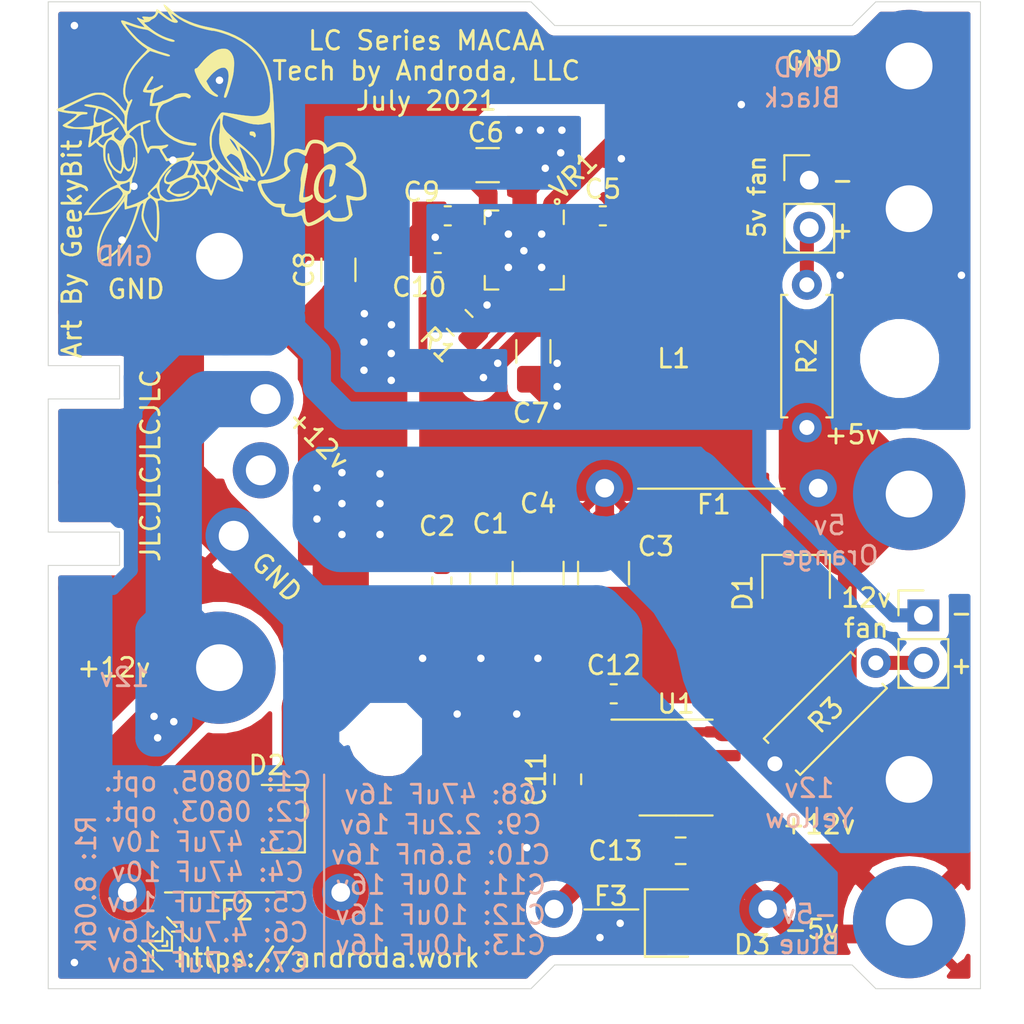
<source format=kicad_pcb>
(kicad_pcb (version 20211014) (generator pcbnew)
  (layers (0 "F.Cu" signal) (31 "B.Cu" signal) (34 "B.Paste" user) (35 "F.Paste" user) (36 "B.SilkS" user "B.Silkscreen") (37 "F.SilkS" user "F.Silkscreen") (38 "B.Mask" user) (39 "F.Mask" user) (44 "Edge.Cuts" user))
  (net 0 "")
  (net 1 "GND")
  (net 2 "+5V")
  (net 3 "+12V")
  (net 4 "-5V")
  (net 5 "Net-(R1-Pad2)")
  (net 6 "Net-(U1-Pad7)")
  (net 7 "Net-(U1-Pad6)")
  (net 8 "Net-(VR1-Pad16)")
  (net 9 "Net-(VR1-Pad13)")
  (net 10 "Net-(VR1-Pad5)")
  (net 11 "Net-(J1-Pad3)")
  (net 12 "Net-(C5-Pad2)")
  (net 13 "Net-(C5-Pad1)")
  (net 14 "Net-(C9-Pad1)")
  (net 15 "Net-(C10-Pad1)")
  (net 16 "Net-(C11-Pad2)")
  (net 17 "Net-(C11-Pad1)")
  (net 18 "Net-(J7-Pad2)")
  (net 19 "Net-(J8-Pad2)")
  (net 20 "Net-(C1-Pad1)")
  (net 21 "Net-(C13-Pad2)")
  (net 22 "Net-(F2-Pad2)")
  (footprint "Capacitor_SMD:C_1210_3225Metric_Pad1.42x2.65mm_HandSolder" (layer "F.Cu") (at 80.4545 90.07 -90)
    (fp_text reference "C3")
    (fp_text value "47uF")
  )
  (footprint "Capacitor_SMD:C_1210_3225Metric_Pad1.42x2.65mm_HandSolder" (layer "F.Cu") (at 76.962 90.07 -90)
    (fp_text reference "C4")
    (fp_text value "47uF 10v")
  )
  (footprint "Capacitor_SMD:C_0603_1608Metric" (layer "F.Cu") (at 80.4165 70.993)
    (fp_text reference "C5")
    (fp_text value "0.1uF")
  )
  (footprint "Capacitor_SMD:C_1206_3216Metric_Pad1.42x1.75mm_HandSolder" (layer "F.Cu") (at 74.266131 68.286158 180)
    (fp_text reference "C6")
    (fp_text value "4.7uF")
  )
  (footprint "Capacitor_SMD:C_1206_3216Metric_Pad1.42x1.75mm_HandSolder" (layer "F.Cu") (at 76.708 78.232 90)
    (fp_text reference "C7")
    (fp_text value "4.7uF")
  )
  (footprint "Capacitor_SMD:C_0603_1608Metric" (layer "F.Cu") (at 72.136 70.993 180)
    (fp_text reference "C9")
    (fp_text value "2.2uF")
  )
  (footprint "Capacitor_SMD:C_0603_1608Metric" (layer "F.Cu") (at 71.6025 73.493159 180)
    (fp_text reference "C10")
    (fp_text value "5.6nF")
  )
  (footprint "Capacitor_SMD:C_0805_2012Metric_Pad1.15x1.40mm_HandSolder" (layer "F.Cu") (at 78.5495 101.083 -90)
    (fp_text reference "C11")
    (fp_text value "CP")
  )
  (footprint "Capacitor_SMD:C_0603_1608Metric" (layer "F.Cu") (at 81.0005 96.52 180)
    (fp_text reference "C12")
    (fp_text value "C")
  )
  (footprint "Capacitor_SMD:C_0805_2012Metric_Pad1.15x1.40mm_HandSolder" (layer "F.Cu") (at 84.573 104.902)
    (fp_text reference "C13")
    (fp_text value "CP")
  )
  (footprint "Resistor_SMD:R_0805_2012Metric_Pad1.15x1.40mm_HandSolder" (layer "F.Cu") (at 72.771 76.708 135)
    (fp_text reference "R1")
    (fp_text value "8.06k")
  )
  (footprint "Package_SO:SOIC-8_3.9x4.9mm_P1.27mm" (layer "F.Cu") (at 84.328 100.457)
    (fp_text reference "U1")
    (fp_text value "MAX660")
  )
  (footprint "Package_DFN_QFN:QFN-20-1EP_4x4mm_P0.5mm_EP2.7x2.7mm" (layer "F.Cu") (at 76.22163 72.818159 -90)
    (fp_text reference "VR1")
    (fp_text value "MAX17634BATP+")
  )
  (footprint "CustomFootprints:LC_MACAA_Pads" (layer "F.Cu") (at 96.774 62.992 -90)
    (fp_text reference "J6" hide)
    (fp_text value "Conn_01x05_Male")
  )
  (footprint "CustomFootprints:MACAA_Individual_Pad" (layer "F.Cu") (at 59.69 91.567)
    (fp_text reference "J3" hide)
    (fp_text value "Conn_01x01_Male")
  )
  (footprint "CustomFootprints:MACAA_Individual_Pad" (layer "F.Cu") (at 59.69 69.596)
    (fp_text reference "J4" hide)
    (fp_text value "Conn_01x01_Male")
  )
  (footprint "CustomFootprints:HM79M-60" (layer "F.Cu") (at 91.755631 78.192159 -90)
    (fp_text reference "L1")
    (fp_text value "8.2uH")
  )
  (footprint "Capacitor_SMD:C_1206_3216Metric_Pad1.42x1.75mm_HandSolder" (layer "F.Cu") (at 66.294 73.8775 90)
    (fp_text reference "C8")
    (fp_text value "47uF 16v")
  )
  (footprint "Capacitor_SMD:C_0805_2012Metric_Pad1.15x1.40mm_HandSolder" (layer "F.Cu") (at 74.041 90.3695 -90)
    (fp_text reference "C1")
    (fp_text value "C")
  )
  (footprint "Capacitor_SMD:C_0603_1608Metric_Pad1.05x0.95mm_HandSolder" (layer "F.Cu") (at 71.8185 90.4735 -90)
    (fp_text reference "C2")
    (fp_text value "C")
  )
  (footprint "CustomFootprints:RandomBasementBarrelJack" (layer "F.Cu") (at 57.404 74.082)
    (fp_text reference "J1" hide)
    (fp_text value "Barrel_Jack_Switch")
  )
  (footprint "MountingHole:MountingHole_3.2mm_M3" (layer "F.Cu") (at 96.266 78.613)
    (fp_text reference "H3" hide)
    (fp_text value "MountingHole")
  )
  (footprint "MountingHole:MountingHole_3.2mm_M3" (layer "F.Cu") (at 68.961 98.806)
    (fp_text reference "H2" hide)
    (fp_text value "MountingHole")
  )
  (footprint "Connector_PinHeader_2.54mm:PinHeader_1x02_P2.54mm_Vertical" (layer "F.Cu") (at 91.44 69.088)
    (fp_text reference "J7" hide)
    (fp_text value "5vFanHeader")
  )
  (footprint "Resistor_THT:R_Axial_DIN0207_L6.3mm_D2.5mm_P7.62mm_Horizontal" (layer "F.Cu") (at 91.313 74.676 -90)
    (fp_text reference "R2")
    (fp_text value "R")
  )
  (footprint "CustomFootprints:SpaceshipBug" (layer "F.Cu") (at 56.642 106.68)
    (fp_text reference "REF**" hide)
    (fp_text value "SpaceshipBug" hide)
  )
  (footprint "Connector_PinHeader_2.54mm:PinHeader_1x02_P2.54mm_Vertical" (layer "F.Cu") (at 97.536 92.329)
    (fp_text reference "J8" hide)
    (fp_text value "12vFanHeader")
  )
  (footprint "Resistor_THT:R_Axial_DIN0207_L6.3mm_D2.5mm_P7.62mm_Horizontal" (layer "F.Cu") (at 94.996 94.869 -135)
    (fp_text reference "R3")
    (fp_text value "R")
  )
  (footprint "CustomFootprints:MACAAAAAAAAAA_1812" (layer "F.Cu") (at 60.071 66.548)
    (fp_text reference "Ref**" hide)
    (fp_text value "Val**" hide)
  )
  (footprint "CustomFootprints:DO-220AA" (layer "F.Cu") (at 87.7415 90.702 90)
    (fp_text reference "D1")
    (fp_text value "5.6v Zener")
  )
  (footprint "CustomFootprints:DO-220AA" (layer "F.Cu") (at 62.9045 100.1875)
    (fp_text reference "D2")
    (fp_text value "12.6v Zener")
  )
  (footprint "CustomFootprints:DO-220AA" (layer "F.Cu") (at 84.2645 111.76 180)
    (fp_text reference "D3")
    (fp_text value "5.6v Zener")
  )
  (footprint "CustomFootprints:Fuse_Littelfuse-LVR100_NoOutline" (layer "F.Cu") (at 80.518 85.5345)
    (fp_text reference "F1")
    (fp_text value "4A fuse")
  )
  (footprint "CustomFootprints:Fuse_Littelfuse-LVR100_NoOutline" (layer "F.Cu") (at 66.421 107.1245 180)
    (fp_text reference "F2")
    (fp_text value "1A fuse")
  )
  (footprint "CustomFootprints:Fuse_Littelfuse-LVR100_NoOutline" (layer "F.Cu") (at 89.2175 108.0135 180)
    (fp_text reference "F3")
    (fp_text value "200mA fuse")
  )
  (gr_line (start 65.532 100.838) (end 65.532 111.0615) (layer "B.SilkS") (width 0.12))
  (gr_line (start 82.30108 85.56498) (end 90.13444 85.56498) (layer "F.SilkS") (width 0.12))
  (gr_circle (center 77.978 70.231) (end 77.978 70.358) (layer "F.SilkS") (width 0.12) (fill none))
  (gr_line (start 57.0357 107.12704) (end 64.39662 107.12704) (layer "F.SilkS") (width 0.12))
  (gr_line (start 79.44358 108.03636) (end 82.31124 108.03636) (layer "F.SilkS") (width 0.12))
  (gr_line (start 50.8 112.268) (end 76.581 112.268) (layer "Edge.Cuts") (width 0.05))
  (gr_line (start 50.8 59.563) (end 50.8 78.994) (layer "Edge.Cuts") (width 0.05))
  (gr_line (start 50.8 80.772) (end 50.8 87.884) (layer "Edge.Cuts") (width 0.05))
  (gr_line (start 50.8 89.662) (end 50.8 112.268) (layer "Edge.Cuts") (width 0.05))
  (gr_line (start 94.996 112.268) (end 100.584 112.268) (layer "Edge.Cuts") (width 0.05))
  (gr_line (start 77.851 60.833) (end 93.726 60.833) (layer "Edge.Cuts") (width 0.05))
  (gr_line (start 76.581 59.563) (end 77.851 60.833) (layer "Edge.Cuts") (width 0.05))
  (gr_line (start 93.726 60.833) (end 94.996 59.563) (layer "Edge.Cuts") (width 0.05))
  (gr_line (start 94.996 59.563) (end 100.584 59.563) (layer "Edge.Cuts") (width 0.05))
  (gr_line (start 54.61 80.772) (end 50.8 80.772) (layer "Edge.Cuts") (width 0.05))
  (gr_line (start 54.61 87.884) (end 54.61 89.662) (layer "Edge.Cuts") (width 0.05))
  (gr_line (start 50.8 59.563) (end 76.581 59.563) (layer "Edge.Cuts") (width 0.05))
  (gr_line (start 54.61 78.994) (end 54.61 80.772) (layer "Edge.Cuts") (width 0.05))
  (gr_line (start 54.61 89.662) (end 50.8 89.662) (layer "Edge.Cuts") (width 0.05))
  (gr_line (start 100.584 59.563) (end 100.584 112.268) (layer "Edge.Cuts") (width 0.05))
  (gr_line (start 50.8 78.994) (end 54.61 78.994) (layer "Edge.Cuts") (width 0.05))
  (gr_line (start 50.8 87.884) (end 54.61 87.884) (layer "Edge.Cuts") (width 0.05))
  (gr_line (start 77.851 110.998) (end 76.581 112.268) (layer "Edge.Cuts") (width 0.05))
  (gr_line (start 93.726 110.998) (end 77.851 110.998) (layer "Edge.Cuts") (width 0.05))
  (gr_line (start 94.996 112.268) (end 93.726 110.998) (layer "Edge.Cuts") (width 0.05))
  (gr_text "-5v\nBlue" (at 91.44 109.093) (layer "B.SilkS") (effects (font (size 1 1)) (justify mirror)))
  (gr_text "C1: 0805, opt.\nC2: 0603, opt.\nC3: 47uF 10v\nC4: 47uF 10v\nC5: 0.1uF 16v\nC6: 4.7uF 16v\nC7: 4.7uF 16v" (at 59.309 106.045) (layer "B.SilkS") (effects (font (size 1 1)) (justify mirror)))
  (gr_text "GND\nBlack" (at 91.059 63.881) (layer "B.SilkS") (effects (font (size 1 1)) (justify mirror)))
  (gr_text "12v\nYellow" (at 91.44 102.362) (layer "B.SilkS") (effects (font (size 1 1)) (justify mirror)))
  (gr_text "R1: 8.06k" (at 52.832 106.68 90) (layer "B.SilkS") (effects (font (size 1 1)) (justify mirror)))
  (gr_text "12v" (at 54.864 95.631) (layer "B.SilkS") (effects (font (size 1 1)) (justify mirror)))
  (gr_text "GND" (at 54.864 73.152) (layer "B.SilkS") (effects (font (size 1 1)) (justify mirror)))
  (gr_text "C8: 47uF 16v\nC9: 2.2uF 16v\nC10: 5.6nF 16v\nC11: 10uF 16v\nC12: 10uF 16v\nC13: 10uF 16v" (at 71.755 105.918) (layer "B.SilkS") (effects (font (size 1 1)) (justify mirror)))
  (gr_text "5v\nOrange" (at 92.5195 88.3285) (layer "B.SilkS") (effects (font (size 1 1)) (justify mirror)))
  (gr_text "+12v" (at 91.948 103.505) (layer "F.SilkS") (effects (font (size 1 1))))
  (gr_text "LC Series MACAA\nTech by Androda, LLC\nJuly 2021" (at 70.993 63.246) (layer "F.SilkS") (effects (font (size 1 1))))
  (gr_text "5v fan" (at 88.646 69.977 90) (layer "F.SilkS") (effects (font (size 0.9 0.9))))
  (gr_text "-" (at 93.218 69.088) (layer "F.SilkS") (effects (font (size 0.9 0.9))))
  (gr_text "-" (at 99.568 92.202) (layer "F.SilkS") (effects (font (size 0.9 0.9))))
  (gr_text "+5v" (at 93.726 82.677) (layer "F.SilkS") (effects (font (size 1 1))))
  (gr_text "+12v" (at 54.30266 95.123) (layer "F.SilkS") (effects (font (size 1 1))))
  (gr_text "-5v" (at 91.567 109.093) (layer "F.SilkS") (effects (font (size 1 1))))
  (gr_text "JLCJLCJLCJLC" (at 56.261 84.328 90) (layer "F.SilkS") (effects (font (size 1 1))))
  (gr_text "Art By GeekyBit" (at 52.07 72.771 90) (layer "F.SilkS") (effects (font (size 1 1))))
  (gr_text "+" (at 93.218 71.755) (layer "F.SilkS") (effects (font (size 0.9 0.9))))
  (gr_text "12v\nfan" (at 94.488 92.202) (layer "F.SilkS") (effects (font (size 1 1))))
  (gr_text "GND" (at 62.992 90.297 315) (layer "F.SilkS") (effects (font (size 1 1))))
  (gr_text "GND" (at 55.48884 74.91222) (layer "F.SilkS") (effects (font (size 1 1))))
  (gr_text "GND" (at 91.694 62.738) (layer "F.SilkS") (effects (font (size 1 1))))
  (gr_text "+12v" (at 65.2145 82.931 315) (layer "F.SilkS") (effects (font (size 1 1))))
  (gr_text "+" (at 99.568 94.996) (layer "F.SilkS") (effects (font (size 0.9 0.9))))
  (gr_text "https://androda.work" (at 65.7225 110.617) (layer "F.SilkS") (effects (font (size 1 1))))
  (segment (start 74.232895 75.756895) (end 75.22163 74.768159) (width 0.25) (layer "F.Cu") (net 1))
  (segment (start 77.978 80.1145) (end 77.978 81.177149) (width 1) (layer "F.Cu") (net 1))
  (segment (start 77.978 78.867) (end 77.978 78.867) (width 1) (layer "F.Cu") (net 1))
  (segment (start 58.801 66.83248) (end 58.801 72.009) (width 2) (layer "F.Cu") (net 1))
  (segment (start 94.288 64.335) (end 95.631 62.992) (width 0.25) (layer "F.Cu") (net 1))
  (segment (start 82.828 101.092) (end 83.40301 101.66701) (width 0.75) (layer "F.Cu") (net 1))
  (segment (start 60.706 72.39) (end 59.944 73.152) (width 2) (layer "F.Cu") (net 1))
  (segment (start 77.22163 73.818159) (end 76.22163 72.818159) (width 0.25) (layer "F.Cu") (net 1))
  (segment (start 74.27163 72.318159) (end 73.731841 72.318159) (width 0.33) (layer "F.Cu") (net 1))
  (segment (start 56.261 63.625) (end 58.801 66.165) (width 2) (layer "F.Cu") (net 1))
  (segment (start 73.731841 72.318159) (end 71.556159 72.318159) (width 0.33) (layer "F.Cu") (net 1))
  (segment (start 74.271631 72.31816) (end 73.44863 72.318158) (width 0.25) (layer "F.Cu") (net 1))
  (segment (start 72.778631 68.286158) (end 74.295 69.802527) (width 1) (layer "F.Cu") (net 1))
  (segment (start 77.978 80.1145) (end 77.978 80.1145) (width 1) (layer "F.Cu") (net 1))
  (segment (start 81.362399 66.757399) (end 81.1084 67.0114) (width 0.33) (layer "F.Cu") (net 1))
  (segment (start 61.4045 100.6475) (end 61.4045 100.076) (width 0.5) (layer "F.Cu") (net 1))
  (segment (start 58.801 66.165) (end 58.801 66.83248) (width 2) (layer "F.Cu") (net 1))
  (segment (start 77.46164 70.628149) (end 77.46164 70.753149) (width 0.75) (layer "F.Cu") (net 1))
  (segment (start 51.689 91.821) (end 51.689 107.696) (width 0.5) (layer "F.Cu") (net 1))
  (segment (start 63.881 66.165) (end 63.881 68.58) (width 2) (layer "F.Cu") (net 1))
  (segment (start 81.407 67.945) (end 81.2165 67.945) (width 0.5) (layer "F.Cu") (net 1))
  (segment (start 57.277 84.655) (end 57.277 77.724) (width 3) (layer "F.Cu") (net 1))
  (segment (start 70.90213 72.967659) (end 70.90213 73.493159) (width 1) (layer "F.Cu") (net 1))
  (segment (start 61.4045 103.1875) (end 61.4045 100.6475) (width 0.75) (layer "F.Cu") (net 1))
  (segment (start 59.944 73.152) (end 59.944 75.057) (width 3) (layer "F.Cu") (net 1))
  (segment (start 63.881 66.165) (end 58.801 66.165) (width 2) (layer "F.Cu") (net 1))
  (segment (start 81.1084 67.0114) (end 77.25164 70.868159) (width 0.33) (layer "F.Cu") (net 1))
  (segment (start 58.98134 103.1875) (end 58.293 103.1875) (width 0.75) (layer "F.Cu") (net 1))
  (segment (start 78.013645 70.076145) (end 78.013644 70.076145) (width 0.75) (layer "F.Cu") (net 1))
  (segment (start 81.362399 66.757399) (end 81.332389 66.757399) (width 1) (layer "F.Cu") (net 1))
  (segment (start 85.127799 62.992) (end 81.362399 66.757399) (width 0.33) (layer "F.Cu") (net 1))
  (segment (start 81.407 67.945) (end 80.5815 67.945) (width 1) (layer "F.Cu") (net 1))
  (segment (start 78.013645 70.076145) (end 77.727894 70.361894) (width 0.5) (layer "F.Cu") (net 1))
  (segment (start 76.708 79.907149) (end 77.978 81.177149) (width 1) (layer "F.Cu") (net 1))
  (segment (start 76.708 79.7195) (end 77.1255 79.7195) (width 1) (layer "F.Cu") (net 1))
  (segment (start 69.000842 68.286158) (end 66.294 70.993) (width 0.75) (layer "F.Cu") (net 1))
  (segment (start 65.786 72.39) (end 64.135 70.739) (width 2) (layer "F.Cu") (net 1))
  (segment (start 61.4045 103.1875) (end 61.4045 105.3465) (width 0.75) (layer "F.Cu") (net 1))
  (segment (start 74.23199 76.696578) (end 74.23199 75.7578) (width 1) (layer "F.Cu") (net 1))
  (segment (start 56.261 62.865) (end 61.341 62.865) (width 2) (layer "F.Cu") (net 1))
  (segment (start 62.103 70.993) (end 59.944 73.152) (width 2) (layer "F.Cu") (net 1))
  (segment (start 59.944 75.057) (end 57.277 77.724) (width 3) (layer "F.Cu") (net 1))
  (segment (start 63.881 66.165) (end 63.881 67.002) (width 2) (layer "F.Cu") (net 1))
  (segment (start 56.261 62.865) (end 56.261 63.625) (width 2) (layer "F.Cu") (net 1))
  (segment (start 73.495784 77.432784) (end 74.23199 76.696578) (width 1) (layer "F.Cu") (net 1))
  (segment (start 74.271631 72.31816) (end 75.721631 72.31816) (width 0.25) (layer "F.Cu") (net 1))
  (segment (start 66.294 72.39) (end 65.786 72.39) (width 2) (layer "F.Cu") (net 1))
  (segment (start 77.727894 70.361894) (end 77.33664 70.753149) (width 0.5) (layer "F.Cu") (net 1))
  (segment (start 61.341 63.625) (end 63.881 66.165) (width 2) (layer "F.Cu") (net 1))
  (segment (start 77.1255 79.7195) (end 77.978 78.867) (width 1) (layer "F.Cu") (net 1))
  (segment (start 66.294 72.39) (end 70.39356 72.39) (width 1.5) (layer "F.Cu") (net 1))
  (segment (start 76.22163 72.818159) (end 77.25164 71.788149) (width 0.33) (layer "F.Cu") (net 1))
  (segment (start 74.23199 75.7578) (end 74.232895 75.756895) (width 1) (layer "F.Cu") (net 1))
  (segment (start 77.22163 71.818159) (end 76.22163 72.818159) (width 0.25) (layer "F.Cu") (net 1))
  (segment (start 80.5815 67.945) (end 80.14479 67.945) (width 0.5) (layer "F.Cu") (net 1))
  (segment (start 96.774 62.992) (end 96.774 70.612) (width 1) (layer "F.Cu") (net 1))
  (segment (start 58.801 72.009) (end 59.944 73.152) (width 2) (layer "F.Cu") (net 1))
  (segment (start 81.078389 67.0114) (end 79.918645 68.171145) (width 0.5) (layer "F.Cu") (net 1))
  (segment (start 81.1084 67.0114) (end 81.078389 67.0114) (width 0.5) (layer "F.Cu") (net 1))
  (segment (start 72.778631 68.286158) (end 69.000842 68.286158) (width 0.75) (layer "F.Cu") (net 1))
  (segment (start 75.22163 73.818159) (end 76.22163 72.818159) (width 0.25) (layer "F.Cu") (net 1))
  (segment (start 76.22163 72.818159) (end 77.25164 73.848169) (width 0.33) (layer "F.Cu") (net 1))
  (segment (start 66.294 71.628) (end 68.453 69.469) (width 2) (layer "F.Cu") (net 1))
  (segment (start 60.704 88.082) (end 57.277 84.655) (width 3) (layer "F.Cu") (net 1))
  (segment (start 71.553895 72.315895) (end 70.90213 72.967659) (width 1) (layer "F.Cu") (net 1))
  (segment (start 57.277 84.655) (end 57.277 87.719002) (width 0.5) (layer "F.Cu") (net 1))
  (segment (start 66.294 72.39) (end 60.706 72.39) (width 2) (layer "F.Cu") (net 1))
  (segment (start 74.232895 75.756895) (end 75.14662 74.84317) (width 0.5) (layer "F.Cu") (net 1))
  (segment (start 81.853 101.092) (end 82.828 101.092) (width 0.75) (layer "F.Cu") (net 1))
  (segment (start 75.14662 74.84317) (end 75.14662 74.768159) (width 0.5) (layer "F.Cu") (net 1))
  (segment (start 71.556159 72.318159) (end 71.553895 72.315895) (width 0.33) (layer "F.Cu") (net 1))
  (segment (start 79.918645 68.171145) (end 78.013645 70.076145) (width 0.5) (layer "F.Cu") (net 1))
  (segment (start 78.013644 70.076145) (end 77.46164 70.628149) (width 0.75) (layer "F.Cu") (net 1))
  (segment (start 76.708 79.7195) (end 76.708 79.907149) (width 1) (layer "F.Cu") (net 1))
  (segment (start 63.881 68.58) (end 66.294 70.993) (width 2) (layer "F.Cu") (net 1))
  (segment (start 61.4045 103.1875) (end 61.4045 105.2703) (width 1.5) (layer "F.Cu") (net 1))
  (segment (start 61.341 62.865) (end 61.341 63.625) (width 2) (layer "F.Cu") (net 1))
  (segment (start 81.2165 67.945) (end 80.899 67.6275) (width 0.5) (layer "F.Cu") (net 1))
  (segment (start 80.14479 67.945) (end 79.918645 68.171145) (width 0.5) (layer "F.Cu") (net 1))
  (segment (start 85.127799 62.992) (end 78.072789 62.992) (width 0.33) (layer "F.Cu") (net 1))
  (segment (start 61.341 63.625) (end 58.801 66.165) (width 2) (layer "F.Cu") (net 1))
  (segment (start 81.332389 66.757399) (end 77.727894 70.361894) (width 1) (layer "F.Cu") (net 1))
  (segment (start 74.295 69.802527) (end 74.295 70.866) (width 1) (layer "F.Cu") (net 1))
  (segment (start 75.22163 74.768159) (end 75.22163 73.818159) (width 0.25) (layer "F.Cu") (net 1))
  (segment (start 61.4045 103.1875) (end 58.98134 103.1875) (width 1.5) (layer "F.Cu") (net 1))
  (segment (start 96.774 62.992) (end 85.127799 62.992) (width 0.33) (layer "F.Cu") (net 1))
  (segment (start 66.294 72.39) (end 66.294 71.628) (width 2) (layer "F.Cu") (net 1))
  (segment (start 77.22163 70.868159) (end 77.22163 71.818159) (width 0.25) (layer "F.Cu") (net 1))
  (segment (start 91.44 69.088) (end 92.71 69.088) (width 0.75) (layer "F.Cu") (net 1))
  (segment (start 77.22163 74.768159) (end 77.22163 73.818159) (width 0.25) (layer "F.Cu") (net 1))
  (segment (start 75.721631 72.31816) (end 76.22163 72.818159) (width 0.25) (layer "F.Cu") (net 1))
  (segment (start 70.39356 72.39) (end 70.95998 71.82358) (width 1.5) (layer "F.Cu") (net 1))
  (segment (start 80.213 96.52) (end 76.454 96.52) (width 1) (layer "F.Cu") (net 1))
  (segment (start 57.277 77.724) (end 57.277 75.438) (width 3) (layer "F.Cu") (net 1))
  (segment (start 77.978 80.1145) (end 77.978 78.867) (width 1) (layer "F.Cu") (net 1))
  (via (at 75.37263 71.969159) (size 0.8) (drill 0.4) (layers "F.Cu" "B.Cu") (net 1))
  (via (at 99.568 74.168) (size 0.8) (drill 0.4) (layers "F.Cu" "B.Cu") (net 1))
  (via (at 73.903759 94.625241) (size 0.8) (drill 0.4) (layers "F.Cu" "B.Cu") (net 1))
  (via (at 77.150631 73.747159) (size 0.8) (drill 0.4) (layers "F.Cu" "B.Cu") (net 1))
  (via (at 93.091 74.168) (size 0.8) (drill 0.4) (layers "F.Cu" "B.Cu") (net 1))
  (via (at 59.944 63.754) (size 0.8) (drill 0.4) (layers "F.Cu" "B.Cu") (net 1))
  (via (at 76.2 72.858159) (size 0.8) (drill 0.4) (layers "F.Cu" "B.Cu") (net 1))
  (via (at 74.232895 75.756895) (size 0.8) (drill 0.4) (layers "F.Cu" "B.Cu") (net 1))
  (via (at 77.978 81.153) (size 0.8) (drill 0.4) (layers "F.Cu" "B.Cu") (net 1))
  (via (at 57.45734 68.01866) (size 0.8) (drill 0.4) (layers "F.Cu" "B.Cu") (net 1))
  (via (at 81.3435 108.7755) (size 0.8) (drill 0.4) (layers "F.Cu" "B.Cu") (net 1))
  (via (at 77.978 80.1145) (size 0.8) (drill 0.4) (layers "F.Cu" "B.Cu") (net 1))
  (via (at 72.638502 97.5995) (size 0.8) (drill 0.4) (layers "F.Cu" "B.Cu") (net 1))
  (via (at 71.46798 72.13854) (size 0.8) (drill 0.4) (layers "F.Cu" "B.Cu") (net 1))
  (via (at 54.74462 72.28586) (size 0.8) (drill 0.4) (layers "F.Cu" "B.Cu") (net 1))
  (via (at 74.295 70.866) (size 0.8) (drill 0.4) (layers "F.Cu" "B.Cu") (net 1))
  (via (at 77.978 78.867) (size 0.8) (drill 0.4) (layers "F.Cu" "B.Cu") (net 1))
  (via (at 75.37263 73.747159) (size 0.8) (drill 0.4) (layers "F.Cu" "B.Cu") (net 1))
  (via (at 55.37454 69.4182) (size 0.8) (drill 0.4) (layers "F.Cu" "B.Cu") (net 1))
  (via (at 80.264 109.5375) (size 0.8) (drill 0.4) (layers "F.Cu" "B.Cu") (net 1))
  (via (at 52.197 60.833) (size 0.8) (drill 0.4) (layers "F.Cu" "B.Cu") (net 1))
  (via (at 77.150631 71.969159) (size 0.8) (drill 0.4) (layers "F.Cu" "B.Cu") (net 1))
  (via (at 76.951759 94.625241) (size 0.8) (drill 0.4) (layers "F.Cu" "B.Cu") (net 1))
  (via (at 87.81288 65.05194) (size 0.8) (drill 0.4) (layers "F.Cu" "B.Cu") (net 1))
  (via (at 52.197 110.871) (size 0.8) (drill 0.4) (layers "F.Cu" "B.Cu") (net 1))
  (via (at 81.407 67.945) (size 0.8) (drill 0.4) (layers "F.Cu" "B.Cu") (net 1))
  (via (at 76.35494 104.73436) (size 0.8) (drill 0.4) (layers "F.Cu" "B.Cu") (net 1))
  (via (at 70.792259 94.625241) (size 0.8) (drill 0.4) (layers "F.Cu" "B.Cu") (net 1))
  (via (at 75.819 97.5995) (size 0.8) (drill 0.4) (layers "F.Cu" "B.Cu") (net 1))
  (segment (start 70.792259 94.625241) (end 64.843741 94.625241) (width 3) (layer "B.Cu") (net 1))
  (segment (start 73.903759 94.625241) (end 70.792259 94.625241) (width 3) (layer "B.Cu") (net 1))
  (segment (start 76.951759 94.625241) (end 73.903759 94.625241) (width 3) (layer "B.Cu") (net 1))
  (segment (start 72.638502 97.5995) (end 72.638502 97.5995) (width 3) (layer "B.Cu") (net 1))
  (segment (start 75.819 97.5995) (end 79.248 97.5995) (width 3) (layer "B.Cu") (net 1))
  (segment (start 60.29071 77.19949) (end 57.98693 77.19949) (width 1.5) (layer "B.Cu") (net 1))
  (segment (start 72.261001 100.390001) (end 72.261001 97.221999) (width 3) (layer "B.Cu") (net 1))
  (segment (start 60.29071 77.19949) (end 62.56147 77.19949) (width 2.5) (layer "B.Cu") (net 1))
  (segment (start 59.944 73.152) (end 63.27648 76.48448) (width 1.5) (layer "B.Cu") (net 1))
  (segment (start 59.944 73.152) (end 55.89651 77.19949) (width 1) (layer "B.Cu") (net 1))
  (segment (start 54.858532 87.28399) (end 55.21001 87.635468) (width 0.75) (layer "B.Cu") (net 1))
  (segment (start 70.545001 95.505999) (end 67.376999 95.505999) (width 3) (layer "B.Cu") (net 1))
  (segment (start 54.4195 87.122) (end 54.58149 87.28399) (width 0.75) (layer "B.Cu") (net 1))
  (segment (start 55.21001 87.635468) (end 55.21001 89.910532) (width 0.75) (layer "B.Cu") (net 1))
  (segment (start 70.545001 102.106001) (end 72.261001 100.390001) (width 3) (layer "B.Cu") (net 1))
  (segment (start 81.026 93.18752) (end 81.026 98.3615) (width 3) (layer "B.Cu") (net 1))
  (segment (start 54.58149 87.28399) (end 54.858532 87.28399) (width 0.75) (layer "B.Cu") (net 1))
  (segment (start 88.773 85.1535) (end 95.9485 92.329) (width 0.75) (layer "B.Cu") (net 1))
  (segment (start 80.093241 92.221741) (end 81.026 93.1545) (width 3) (layer "B.Cu") (net 1))
  (segment (start 72.638502 97.5995) (end 75.819 97.5995) (width 3) (layer "B.Cu") (net 1))
  (segment (start 55.89651 77.19949) (end 60.29071 77.19949) (width 2.5) (layer "B.Cu") (net 1))
  (segment (start 72.261001 97.221999) (end 70.545001 95.505999) (width 3) (layer "B.Cu") (net 1))
  (segment (start 64.843741 99.705241) (end 67.056 101.9175) (width 3) (layer "B.Cu") (net 1))
  (segment (start 55.58501 79.60141) (end 55.58501 80.56515) (width 1.5) (layer "B.Cu") (net 1))
  (segment (start 57.98693 77.19949) (end 55.58501 79.60141) (width 1.5) (layer "B.Cu") (net 1))
  (segment (start 80.093241 92.254761) (end 81.026 93.18752) (width 1.5) (layer "B.Cu") (net 1))
  (segment (start 65.151 78.359) (end 65.151 80.137) (width 1.5) (layer "B.Cu") (net 1))
  (segment (start 77.978 81.153) (end 88.773 81.153) (width 0.75) (layer "B.Cu") (net 1))
  (segment (start 80.093241 92.221741) (end 80.093241 92.254761) (width 1.5) (layer "B.Cu") (net 1))
  (segment (start 88.773 81.153) (end 88.773 85.1535) (width 0.75) (layer "B.Cu") (net 1))
  (segment (start 95.9485 92.329) (end 97.536 92.329) (width 0.75) (layer "B.Cu") (net 1))
  (segment (start 55.89651 77.19949) (end 55.33501 77.76099) (width 1) (layer "B.Cu") (net 1))
  (segment (start 79.248 94.742) (end 79.131241 94.625241) (width 3) (layer "B.Cu") (net 1))
  (segment (start 55.21001 89.910532) (end 54.252042 90.8685) (width 0.75) (layer "B.Cu") (net 1))
  (segment (start 66.675 81.661) (end 77.343 81.661) (width 1.5) (layer "B.Cu") (net 1))
  (segment (start 64.843741 92.221741) (end 80.093241 92.221741) (width 3) (layer "B.Cu") (net 1))
  (segment (start 67.376999 95.505999) (end 65.660999 97.221999) (width 3) (layer "B.Cu") (net 1))
  (segment (start 62.56147 77.19949) (end 63.27648 76.48448) (width 2.5) (layer "B.Cu") (net 1))
  (segment (start 64.843741 92.221741) (end 64.843741 94.625241) (width 3) (layer "B.Cu") (net 1))
  (segment (start 76.951759 94.625241) (end 79.555259 94.625241) (width 1.5) (layer "B.Cu") (net 1))
  (segment (start 79.131241 94.625241) (end 76.951759 94.625241) (width 3) (layer "B.Cu") (net 1))
  (segment (start 54.4195 82.550217) (end 54.4195 86.9315) (width 1) (layer "B.Cu") (net 1))
  (segment (start 60.704 88.082) (end 64.843741 92.221741) (width 3) (layer "B.Cu") (net 1))
  (segment (start 55.33501 81.634707) (end 54.4195 82.550217) (width 1) (layer "B.Cu") (net 1))
  (segment (start 63.27648 76.48448) (end 65.151 78.359) (width 1.5) (layer "B.Cu") (net 1))
  (segment (start 64.843741 94.625241) (end 64.843741 99.705241) (width 3) (layer "B.Cu") (net 1))
  (segment (start 54.4195 86.9315) (end 54.4195 87.122) (width 0.75) (layer "B.Cu") (net 1))
  (segment (start 81.026 93.1545) (end 81.026 93.18752) (width 3) (layer "B.Cu") (net 1))
  (segment (start 81.026 93.18752) (end 81.57464 93.18752) (width 1.5) (layer "B.Cu") (net 1))
  (segment (start 79.555259 94.625241) (end 81.026 93.1545) (width 1.5) (layer "B.Cu") (net 1))
  (segment (start 79.248 97.5995) (end 79.248 94.742) (width 3) (layer "B.Cu") (net 1))
  (segment (start 65.151 80.137) (end 66.675 81.661) (width 1.5) (layer "B.Cu") (net 1))
  (segment (start 55.21001 87.635468) (end 55.21001 85.81701) (width 0.75) (layer "B.Cu") (net 1))
  (segment (start 55.33501 77.76099) (end 55.33501 81.634707) (width 1) (layer "B.Cu") (net 1))
  (segment (start 72.261001 97.221999) (end 72.638502 97.5995) (width 3) (layer "B.Cu") (net 1))
  (segment (start 54.252042 90.8685) (end 53.4035 90.8685) (width 0.75) (layer "B.Cu") (net 1))
  (segment (start 91.313 82.296) (end 91.313 84.9295) (width 3) (layer "F.Cu") (net 2))
  (segment (start 93.472 97.282) (end 93.472 88.773) (width 1) (layer "F.Cu") (net 2))
  (segment (start 91.313 82.296) (end 94.5515 85.5345) (width 2.5) (layer "F.Cu") (net 2))
  (segment (start 94.5515 85.5345) (end 94.8055 85.5345) (width 2.5) (layer "F.Cu") (net 2))
  (segment (start 94.8055 85.5345) (end 96.4565 85.5345) (width 3) (layer "F.Cu") (net 2))
  (segment (start 90.7415 89.3445) (end 90.7415 88.1345) (width 1.5) (layer "F.Cu") (net 2))
  (segment (start 91.313 84.9295) (end 91.918 85.5345) (width 3) (layer "F.Cu") (net 2))
  (segment (start 96.4565 85.5345) (end 96.774 85.852) (width 3) (layer "F.Cu") (net 2))
  (segment (start 93.091 82.169) (end 91.44 82.169) (width 2.5) (layer "F.Cu") (net 2))
  (segment (start 90.7415 88.1345) (end 91.313 87.563) (width 1.5) (layer "F.Cu") (net 2))
  (segment (start 96.774 85.852) (end 96.393 85.852) (width 3) (layer "F.Cu") (net 2))
  (segment (start 91.918 88.168) (end 90.7415 89.3445) (width 2) (layer "F.Cu") (net 2))
  (segment (start 96.393 85.852) (end 93.472 88.773) (width 3) (layer "F.Cu") (net 2))
  (segment (start 91.918 85.5345) (end 94.8055 85.5345) (width 3) (layer "F.Cu") (net 2))
  (segment (start 92.202 98.552) (end 93.472 97.282) (width 1) (layer "F.Cu") (net 2))
  (segment (start 81.788 96.52) (end 81.788 98.487) (width 0.5) (layer "F.Cu") (net 2))
  (segment (start 92.202 98.552) (end 86.803 98.552) (width 1) (layer "F.Cu") (net 2))
  (segment (start 91.313 82.296) (end 91.313 87.563) (width 2.5) (layer "F.Cu") (net 2))
  (segment (start 91.44 82.169) (end 91.313 82.296) (width 2.5) (layer "F.Cu") (net 2))
  (segment (start 91.313 87.563) (end 91.918 88.168) (width 2.5) (layer "F.Cu") (net 2))
  (segment (start 86.803 98.552) (end 81.853 98.552) (width 0.5) (layer "F.Cu") (net 2))
  (segment (start 96.774 85.852) (end 93.091 82.169) (width 2.5) (layer "F.Cu") (net 2))
  (segment (start 91.918 87.219) (end 93.472 88.773) (width 3) (layer "F.Cu") (net 2))
  (segment (start 96.52 85.598) (end 96.774 85.852) (width 1) (layer "F.Cu") (net 2))
  (segment (start 81.788 98.487) (end 81.853 98.552) (width 0.5) (layer "F.Cu") (net 2))
  (segment (start 91.918 85.5345) (end 91.918 87.219) (width 3) (layer "F.Cu") (net 2))
  (segment (start 91.918 87.219) (end 91.918 88.168) (width 2) (layer "F.Cu") (net 2))
  (segment (start 73.841155 79.810155) (end 73.787 79.864311) (width 1) (layer "F.Cu") (net 3))
  (segment (start 74.539656 79.111656) (end 73.841155 79.810155) (width 1) (layer "F.Cu") (net 3))
  (segment (start 66.421 88.011) (end 66.421 95.631) (width 3) (layer "F.Cu") (net 3))
  (segment (start 76.708 76.943311) (end 74.539656 79.111656) (width 1) (layer "F.Cu") (net 3))
  (segment (start 66.294 75.393) (end 68.961 78.06) (width 2) (layer "F.Cu") (net 3))
  (segment (start 67.818 80.264) (end 67.818 77.343) (width 2) (layer "F.Cu") (net 3))
  (segment (start 75.721631 70.868159) (end 75.72163 68.318159) (width 0.25) (layer "F.Cu") (net 3))
  (segment (start 76.708 76.7445) (end 76.708 76.943311) (width 1) (layer "F.Cu") (net 3))
  (segment (start 66.421 104.8385) (end 64.77 103.1875) (width 3) (layer "F.Cu") (net 3))
  (segment (start 76.72163 70.868159) (end 75.72163 70.868159) (width 0.25) (layer "F.Cu") (net 3))
  (segment (start 66.294 78.232) (end 65.151 78.232) (width 2) (layer "F.Cu") (net 3))
  (segment (start 76.22163 68.754157) (end 75.753631 68.286158) (width 0.33) (layer "F.Cu") (net 3))
  (segment (start 76.72163 67.476159) (end 76.64263 67.397159) (width 0.25) (layer "F.Cu") (net 3))
  (segment (start 66.294 80.01) (end 66.294 78.232) (width 2) (layer "F.Cu") (net 3))
  (segment (start 67.818 76.917) (end 66.294 75.393) (width 2) (layer "F.Cu") (net 3))
  (segment (start 95.939154 100.257154) (end 96.774 101.092) (width 1.5) (layer "F.Cu") (net 3))
  (segment (start 76.22163 70.868159) (end 76.22163 68.754157) (width 0.33) (layer "F.Cu") (net 3))
  (segment (start 75.753631 70.836158) (end 75.72163 70.868159) (width 0.33) (layer "F.Cu") (net 3))
  (segment (start 66.294 78.232) (end 66.294 76.454) (width 2) (layer "F.Cu") (net 3))
  (segment (start 75.72163 68.318159) (end 75.75363 68.286159) (width 0.25) (layer "F.Cu") (net 3))
  (segment (start 66.421 95.631) (end 64.77 97.282) (width 3) (layer "F.Cu") (net 3))
  (segment (start 76.708 76.7445) (end 76.72163 76.73087) (width 0.33) (layer "F.Cu") (net 3))
  (segment (start 66.421 107.1245) (end 66.421 104.8385) (width 3) (layer "F.Cu") (net 3))
  (segment (start 76.22163 68.754159) (end 75.75363 68.286159) (width 0.25) (layer "F.Cu") (net 3))
  (segment (start 89.607846 100.257154) (end 95.939154 100.257154) (width 1.5) (layer "F.Cu") (net 3))
  (segment (start 68.961 78.06) (end 68.961 80.264) (width 2) (layer "F.Cu") (net 3))
  (segment (start 76.72163 76.73087) (end 76.72163 74.768159) (width 0.33) (layer "F.Cu") (net 3))
  (segment (start 64.77 103.1875) (end 64.77 97.282) (width 3) (layer "F.Cu") (net 3))
  (segment (start 76.721631 70.868159) (end 76.72163 67.476159) (width 0.25) (layer "F.Cu") (net 3))
  (segment (start 66.294 76.454) (end 66.294 75.393) (width 2) (layer "F.Cu") (net 3))
  (segment (start 65.151 78.232) (end 64.303 77.384) (width 2) (layer "F.Cu") (net 3))
  (segment (start 67.818 77.343) (end 67.818 76.917) (width 2) (layer "F.Cu") (net 3))
  (segment (start 66.421 86.741) (end 66.421 88.011) (width 3) (layer "F.Cu") (net 3))
  (segment (start 75.753631 68.286158) (end 75.753631 70.836158) (width 0.33) (layer "F.Cu") (net 3))
  (segment (start 76.22163 70.868158) (end 76.22163 68.754159) (width 0.25) (layer "F.Cu") (net 3))
  (segment (start 64.303 77.384) (end 66.294 75.393) (width 2) (layer "F.Cu") (net 3))
  (segment (start 76.72163 70.868159) (end 76.72163 67.476159) (width 0.33) (layer "F.Cu") (net 3))
  (via (at 69.12864 76.8096) (size 0.8) (drill 0.4) (layers "F.Cu" "B.Cu") (net 3))
  (via (at 66.4845 86.36) (size 0.8) (drill 0.4) (layers "F.Cu" "B.Cu") (net 3))
  (via (at 77.343 68.453) (size 0.8) (drill 0.4) (layers "F.Cu" "B.Cu") (net 3))
  (via (at 74.803 78.867) (size 0.8) (drill 0.4) (layers "F.Cu" "B.Cu") (net 3))
  (via (at 78.1685 67.6275) (size 0.8) (drill 0.4) (layers "F.Cu" "B.Cu") (net 3))
  (via (at 68.5165 86.36) (size 0.8) (drill 0.4) (layers "F.Cu" "B.Cu") (net 3))
  (via (at 66.4845 88.011) (size 0.8) (drill 0.4) (layers "F.Cu" "B.Cu") (net 3))
  (via (at 75.946 66.421) (size 0.8) (drill 0.4) (layers "F.Cu" "B.Cu") (net 3))
  (via (at 67.66052 79.24038) (size 0.8) (drill 0.4) (layers "F.Cu" "B.Cu") (net 3))
  (via (at 74.041 79.629) (size 0.8) (drill 0.4) (layers "F.Cu" "B.Cu") (net 3))
  (via (at 65.151 85.5345) (size 0.8) (drill 0.4) (layers "F.Cu" "B.Cu") (net 3))
  (via (at 77.089 66.421) (size 0.8) (drill 0.4) (layers "F.Cu" "B.Cu") (net 3))
  (via (at 65.151 87.1855) (size 0.8) (drill 0.4) (layers "F.Cu" "B.Cu") (net 3))
  (via (at 68.5165 88.011) (size 0.8) (drill 0.4) (layers "F.Cu" "B.Cu") (net 3))
  (via (at 78.232 66.421) (size 0.8) (drill 0.4) (layers "F.Cu" "B.Cu") (net 3))
  (via (at 68.5165 84.7725) (size 0.8) (drill 0.4) (layers "F.Cu" "B.Cu") (net 3))
  (via (at 69.11848 78.34376) (size 0.8) (drill 0.4) (layers "F.Cu" "B.Cu") (net 3))
  (via (at 67.66052 77.73416) (size 0.8) (drill 0.4) (layers "F.Cu" "B.Cu") (net 3))
  (via (at 69.11848 79.7814) (size 0.8) (drill 0.4) (layers "F.Cu" "B.Cu") (net 3))
  (via (at 67.68084 76.21778) (size 0.8) (drill 0.4) (layers "F.Cu" "B.Cu") (net 3))
  (via (at 66.4845 84.709) (size 0.8) (drill 0.4) (layers "F.Cu" "B.Cu") (net 3))
  (segment (start 66.421 84.799) (end 66.421 85.598) (width 2) (layer "B.Cu") (net 3))
  (segment (start 65.354001 87.109499) (end 65.354001 87.452001) (width 3) (layer "B.Cu") (net 3))
  (segment (start 65.354001 85.521999) (end 65.354001 87.109499) (width 3) (layer "B.Cu") (net 3))
  (segment (start 91.059 91.694) (end 88.19134 91.694) (width 2.5) (layer "B.Cu") (net 3))
  (segment (start 65.25006 83.44662) (end 85.62086 83.44662) (width 0.25) (layer "B.Cu") (net 3))
  (segment (start 90.09888 89.71788) (end 92.71 92.329) (width 3) (layer "B.Cu") (net 3))
  (segment (start 86.56574 90.0684) (end 83.90382 90.0684) (width 2.5) (layer "B.Cu") (net 3))
  (segment (start 65.354001 87.452001) (end 66.421 88.519) (width 3) (layer "B.Cu") (net 3))
  (segment (start 88.19134 91.694) (end 86.56574 90.0684) (width 2.5) (layer "B.Cu") (net 3))
  (segment (start 84.04098 92.0496) (end 80.00238 88.011) (width 1.5) (layer "B.Cu") (net 3))
  (segment (start 77.13472 89.71788) (end 75.93584 88.519) (width 0.25) (layer "B.Cu") (net 3))
  (segment (start 65.417501 84.963) (end 65.354001 85.0265) (width 3) (layer "B.Cu") (net 3))
  (segment (start 85.62086 83.44662) (end 86.24951 84.07527) (width 0.25) (layer "B.Cu") (net 3))
  (segment (start 90.09888 89.71788) (end 77.13472 89.71788) (width 0.25) (layer "B.Cu") (net 3))
  (segment (start 66.421 84.963) (end 65.417501 84.963) (width 3) (layer "B.Cu") (net 3))
  (segment (start 86.11616 90.89136) (end 86.13648 90.89136) (width 1.5) (layer "B.Cu") (net 3))
  (segment (start 84.328 84.963) (end 91.059 91.694) (width 3) (layer "B.Cu") (net 3))
  (segment (start 90.805 95.123) (end 96.774 101.092) (width 2) (layer "B.Cu") (net 3))
  (segment (start 87.29472 92.0496) (end 84.04098 92.0496) (width 1.5) (layer "B.Cu") (net 3))
  (segment (start 68.065999 86.443999) (end 68.065999 87.636001) (width 2) (layer "B.Cu") (net 3))
  (segment (start 65.151 83.54568) (end 65.25006 83.44662) (width 0.25) (layer "B.Cu") (net 3))
  (segment (start 84.328 84.963) (end 85.344 84.963) (width 3) (layer "B.Cu") (net 3))
  (segment (start 66.4845 84.8995) (end 66.421 84.963) (width 0.25) (layer "B.Cu") (net 3))
  (segment (start 66.4845 84.709) (end 66.4845 84.8995) (width 0.25) (layer "B.Cu") (net 3))
  (segment (start 75.93584 88.519) (end 80.264 88.519) (width 3) (layer "B.Cu") (net 3))
  (segment (start 66.421 88.519) (end 75.93584 88.519) (width 3) (layer "B.Cu") (net 3))
  (segment (start 66.421 84.799) (end 66.421 84.799) (width 2) (layer "B.Cu") (net 3))
  (segment (start 86.24951 85.86851) (end 90.09888 89.71788) (width 3) (layer "B.Cu") (net 3))
  (segment (start 86.13648 90.89136) (end 87.29472 92.0496) (width 1.5) (layer "B.Cu") (net 3))
  (segment (start 85.344 84.963) (end 86.24951 85.86851) (width 3) (layer "B.Cu") (net 3))
  (segment (start 65.151 85.5345) (end 65.151 83.54568) (width 0.25) (layer "B.Cu") (net 3))
  (segment (start 80.00238 88.011) (end 68.5165 88.011) (width 1.5) (layer "B.Cu") (net 3))
  (segment (start 86.24951 84.07527) (end 86.24951 85.86851) (width 0.25) (layer "B.Cu") (net 3))
  (segment (start 65.354001 85.0265) (end 65.354001 85.521999) (width 3) (layer "B.Cu") (net 3))
  (segment (start 87.884 108.0135) (end 87.376 108.5215) (width 1) (layer "F.Cu") (net 4))
  (segment (start 89.2175 108.0135) (end 88.0745 106.8705) (width 1) (layer "F.Cu") (net 4))
  (segment (start 88.138 109.093) (end 87.249 109.093) (width 1) (layer "F.Cu") (net 4))
  (segment (start 85.7645 108.76) (end 86.535 108.76) (width 1) (layer "F.Cu") (net 4))
  (segment (start 96.774 108.712) (end 96.647 108.712) (width 1) (layer "F.Cu") (net 4))
  (segment (start 89.2175 108.0135) (end 90.297 106.934) (width 1) (layer "F.Cu") (net 4))
  (segment (start 85.7645 108.76) (end 86.058 108.76) (width 1) (layer "F.Cu") (net 4))
  (segment (start 89.2175 108.0135) (end 88.138 109.093) (width 1) (layer "F.Cu") (net 4))
  (segment (start 85.7645 108.76) (end 85.7645 107.6565) (width 1) (layer "F.Cu") (net 4))
  (segment (start 96.139 109.347) (end 96.774 108.712) (width 1) (layer "F.Cu") (net 4))
  (segment (start 89.2175 108.0135) (end 90.551 109.347) (width 1) (layer "F.Cu") (net 4))
  (segment (start 86.058 108.76) (end 87.503 107.315) (width 1) (layer "F.Cu") (net 4))
  (segment (start 96.647 108.712) (end 93.6625 105.7275) (width 1) (layer "F.Cu") (net 4))
  (segment (start 96.774 108.712) (end 99.3775 106.1085) (width 1) (layer "F.Cu") (net 4))
  (segment (start 90.551 109.347) (end 96.139 109.347) (width 1) (layer "F.Cu") (net 4))
  (segment (start 96.52 108.458) (end 96.774 108.712) (width 0.5) (layer "F.Cu") (net 4))
  (segment (start 85.7645 108.76) (end 85.7645 108.2915) (width 1) (layer "F.Cu") (net 4))
  (segment (start 85.7645 107.6565) (end 86.487 106.934) (width 1) (layer "F.Cu") (net 4))
  (segment (start 88.519 107.315) (end 89.2175 108.0135) (width 1) (layer "F.Cu") (net 4))
  (segment (start 85.7645 108.2915) (end 87.0585 106.9975) (width 1) (layer "F.Cu") (net 4))
  (segment (start 86.535 108.76) (end 87.6935 109.9185) (width 1) (layer "F.Cu") (net 4))
  (segment (start 89.2175 108.0135) (end 87.884 108.0135) (width 1) (layer "F.Cu") (net 4))
  (segment (start 72.046216 75.983216) (end 74.136263 73.893169) (width 0.5) (layer "F.Cu") (net 5))
  (segment (start 72.106573 75.983216) (end 74.27163 73.818159) (width 0.33) (layer "F.Cu") (net 5))
  (segment (start 72.046216 75.983216) (end 72.106573 75.983216) (width 0.33) (layer "F.Cu") (net 5))
  (segment (start 78.29663 73.193159) (end 78.527159 73.193159) (width 0.25) (layer "F.Cu") (net 12))
  (segment (start 78.779159 73.318159) (end 78.994 73.533) (width 0.25) (layer "F.Cu") (net 12))
  (segment (start 78.613 72.517) (end 79.121 72.517) (width 0.25) (layer "F.Cu") (net 12))
  (segment (start 78.527159 73.193159) (end 79.121 73.787) (width 0.25) (layer "F.Cu") (net 12))
  (segment (start 78.337789 73.152) (end 78.867 73.152) (width 0.25) (layer "F.Cu") (net 12))
  (segment (start 78.17163 73.318159) (end 78.337789 73.152) (width 0.25) (layer "F.Cu") (net 12))
  (segment (start 78.17163 73.318159) (end 78.29663 73.193159) (width 0.25) (layer "F.Cu") (net 12))
  (segment (start 79.121 73.787) (end 83.032472 73.787) (width 0.25) (layer "F.Cu") (net 12))
  (segment (start 78.17163 73.318159) (end 78.779159 73.318159) (width 0.25) (layer "F.Cu") (net 12))
  (segment (start 78.359 72.630789) (end 78.499211 72.630789) (width 0.25) (layer "F.Cu") (net 12))
  (segment (start 78.17163 72.318159) (end 79.878841 72.318159) (width 0.25) (layer "F.Cu") (net 12))
  (segment (start 78.17163 72.318159) (end 78.17163 73.318159) (width 0.25) (layer "F.Cu") (net 12))
  (segment (start 78.499211 72.630789) (end 78.613 72.517) (width 0.25) (layer "F.Cu") (net 12))
  (segment (start 78.17163 72.818159) (end 78.359 72.630789) (width 0.25) (layer "F.Cu") (net 12))
  (segment (start 78.21163 72.858158) (end 78.171631 72.818159) (width 0.25) (layer "F.Cu") (net 12))
  (segment (start 78.613 72.517) (end 78.359 72.517) (width 0.25) (layer "F.Cu") (net 12))
  (segment (start 83.032472 73.787) (end 84.135631 74.890159) (width 0.25) (layer "F.Cu") (net 12))
  (segment (start 79.878841 72.318159) (end 81.204 70.993) (width 0.25) (layer "F.Cu") (net 12))
  (segment (start 78.17163 71.818159) (end 78.803841 71.818159) (width 0.33) (layer "F.Cu") (net 13))
  (segment (start 78.803841 71.818159) (end 79.629 70.993) (width 0.33) (layer "F.Cu") (net 13))
  (segment (start 72.9235 70.993) (end 72.9235 71.468) (width 0.33) (layer "F.Cu") (net 14))
  (segment (start 72.9235 71.468) (end 73.243649 71.788149) (width 0.33) (layer "F.Cu") (net 14))
  (segment (start 73.243649 71.788149) (end 73.512304 71.788149) (width 0.33) (layer "F.Cu") (net 14))
  (segment (start 74.271631 71.818159) (end 73.95163 71.818158) (width 0.25) (layer "F.Cu") (net 14))
  (segment (start 73.512304 71.788149) (end 74.27163 71.788149) (width 0.33) (layer "F.Cu") (net 14))
  (segment (start 73.152131 72.818159) (end 72.477131 73.493158) (width 0.25) (layer "F.Cu") (net 15))
  (segment (start 74.271631 72.818159) (end 73.152131 72.818159) (width 0.25) (layer "F.Cu") (net 15))
  (segment (start 81.853 102.362) (end 78.8035 102.362) (width 0.5) (layer "F.Cu") (net 16))
  (segment (start 78.8035 102.362) (end 78.5495 102.108) (width 0.5) (layer "F.Cu") (net 16))
  (segment (start 81.853 99.822) (end 78.7855 99.822) (width 0.5) (layer "F.Cu") (net 17))
  (segment (start 78.7855 99.822) (end 78.5495 100.058) (width 0.5) (layer "F.Cu") (net 17))
  (segment (start 91.313 71.755) (end 91.44 71.628) (width 0.75) (layer "F.Cu") (net 18))
  (segment (start 91.313 74.676) (end 91.313 71.755) (width 0.75) (layer "F.Cu") (net 18))
  (segment (start 97.536 94.869) (end 94.996 94.869) (width 0.75) (layer "F.Cu") (net 19))
  (segment (start 78.2955 84.963) (end 87.8205 84.963) (width 2.5) (layer "F.Cu") (net 20))
  (segment (start 75.461212 76.796734) (end 75.461212 75.533169) (width 0.33) (layer "F.Cu") (net 20))
  (segment (start 72.921989 79.335957) (end 72.556043 79.335957) (width 0.33) (layer "F.Cu") (net 20))
  (segment (start 72.556043 79.335957) (end 72.1995 79.6925) (width 0.33) (layer "F.Cu") (net 20))
  (segment (start 70.739 78.232) (end 70.739 75.438) (width 0.33) (layer "F.Cu") (net 20))
  (segment (start 70.923198 78.167244) (end 70.923198 78.416198) (width 0.25) (layer "F.Cu") (net 20))
  (segment (start 70.739 78.613) (end 70.993 78.867) (width 0.33) (layer "F.Cu") (net 20))
  (segment (start 74.041 89.3445) (end 72.0725 89.3445) (width 1) (layer "F.Cu") (net 20))
  (segment (start 82.759631 82.129159) (end 82.230631 82.658159) (width 0.25) (layer "F.Cu") (net 20))
  (segment (start 80.4545 88.5825) (end 82.9945 88.5825) (width 1) (layer "F.Cu") (net 20))
  (segment (start 70.923198 78.416198) (end 70.739 78.232) (width 0.33) (layer "F.Cu") (net 20))
  (segment (start 74.27163 73.318159) (end 73.823608 73.318159) (width 0.25) (layer "F.Cu") (net 20))
  (segment (start 74.041 89.3445) (end 74.041 88.2015) (width 1) (layer "F.Cu") (net 20))
  (segment (start 86.548631 82.129159) (end 82.759631 82.129159) (width 0.25) (layer "F.Cu") (net 20))
  (segment (start 73.808994 73.318159) (end 72.578153 74.549) (width 0.25) (layer "F.Cu") (net 20))
  (segment (start 82.76229 83.3755) (end 77.724 83.3755) (width 2.5) (layer "F.Cu") (net 20))
  (segment (start 76.962 88.5825) (end 74.422 88.5825) (width 1) (layer "F.Cu") (net 20))
  (segment (start 74.041 88.2015) (end 74.041 88.011) (width 1) (layer "F.Cu") (net 20))
  (segment (start 76.962 88.5825) (end 80.4545 88.5825) (width 1) (layer "F.Cu") (net 20))
  (segment (start 76.962 88.5825) (end 76.962 86.868) (width 1.5) (layer "F.Cu") (net 20))
  (segment (start 72.009 79.502) (end 70.923198 78.416198) (width 0.33) (layer "F.Cu") (net 20))
  (segment (start 74.27163 73.318159) (end 73.808994 73.318159) (width 0.25) (layer "F.Cu") (net 20))
  (segment (start 75.72163 75.272751) (end 75.72163 75.137915) (width 0.33) (layer "F.Cu") (net 20))
  (segment (start 71.929446 74.333169) (end 72.644 74.333169) (width 0.33) (layer "F.Cu") (net 20))
  (segment (start 84.135631 82.002159) (end 82.76229 83.3755) (width 2.5) (layer "F.Cu") (net 20))
  (segment (start 87.3125 83.3755) (end 85.725 84.963) (width 2.5) (layer "F.Cu") (net 20))
  (segment (start 72.009 79.502) (end 72.39 79.883) (width 0.33) (layer "F.Cu") (net 20))
  (segment (start 85.699472 83.566) (end 84.135631 82.002159) (width 1) (layer "F.Cu") (net 20))
  (segment (start 77.724 83.3755) (end 87.3125 83.3755) (width 2.5) (layer "F.Cu") (net 20))
  (segment (start 71.843831 74.333169) (end 71.929446 74.333169) (width 0.33) (layer "F.Cu") (net 20))
  (segment (start 70.739 78.232) (end 70.739 78.613) (width 0.33) (layer "F.Cu") (net 20))
  (segment (start 71.882 74.549) (end 70.923198 75.507802) (width 0.25) (layer "F.Cu") (net 20))
  (segment (start 70.923198 75.507802) (end 70.923198 78.167244) (width 0.25) (layer "F.Cu") (net 20))
  (segment (start 80.518 87.3125) (end 80.4545 87.376) (width 1) (layer "F.Cu") (net 20))
  (segment (start 71.8185 89.5985) (end 71.8185 88.4555) (width 1) (layer "F.Cu") (net 20))
  (segment (start 75.461212 75.533169) (end 75.72163 75.272751) (width 0.33) (layer "F.Cu") (net 20))
  (segment (start 70.739 75.438) (end 71.843831 74.333169) (width 0.33) (layer "F.Cu") (net 20))
  (segment (start 75.72163 75.137915) (end 75.73162 75.127925) (width 0.33) (layer "F.Cu") (net 20))
  (segment (start 72.0725 89.3445) (end 71.8185 89.5985) (width 1) (layer "F.Cu") (net 20))
  (segment (start 80.518 85.5345) (end 80.518 87.3125) (width 1) (layer "F.Cu") (net 20))
  (segment (start 72.921989 79.335957) (end 75.461212 76.796734) (width 0.33) (layer "F.Cu") (net 20))
  (segment (start 72.578153 74.549) (end 71.882 74.549) (width 0.25) (layer "F.Cu") (net 20))
  (segment (start 74.422 88.5825) (end 74.041 88.2015) (width 1) (layer "F.Cu") (net 20))
  (segment (start 80.4545 88.5825) (end 80.4545 87.376) (width 1.5) (layer "F.Cu") (net 20))
  (segment (start 72.921989 79.335957) (end 72.921989 79.351011) (width 0.33) (layer "F.Cu") (net 20))
  (segment (start 72.009 79.502) (end 72.1995 79.6925) (width 0.33) (layer "F.Cu") (net 20))
  (segment (start 85.725 84.963) (end 78.2955 84.963) (width 2.5) (layer "F.Cu") (net 20))
  (segment (start 72.921989 79.351011) (end 72.39 79.883) (width 0.33) (layer "F.Cu") (net 20))
  (segment (start 72.1995 79.6925) (end 72.517 80.01) (width 0.33) (layer "F.Cu") (net 20))
  (segment (start 70.993 78.867) (end 71.247 79.121) (width 0.33) (layer "F.Cu") (net 20))
  (segment (start 77.8175 108.0135) (end 79.041001 106.789999) (width 1) (layer "F.Cu") (net 21))
  (segment (start 79.041001 106.789999) (end 84.410001 106.789999) (width 1) (layer "F.Cu") (net 21))
  (segment (start 85.598 104.902) (end 85.598 103.647) (width 0.75) (layer "F.Cu") (net 21))
  (segment (start 85.558 103.607) (end 86.803 102.362) (width 0.75) (layer "F.Cu") (net 21))
  (segment (start 84.410001 106.789999) (end 85.598 105.602) (width 1) (layer "F.Cu") (net 21))
  (segment (start 85.598 105.602) (end 85.598 104.902) (width 1) (layer "F.Cu") (net 21))
  (segment (start 85.598 103.647) (end 85.558 103.607) (width 0.75) (layer "F.Cu") (net 21))
  (segment (start 55.021 100.046) (end 55.021 107.1245) (width 3) (layer "F.Cu") (net 22))
  (segment (start 59.944 95.123) (end 55.021 100.046) (width 3) (layer "F.Cu") (net 22))
  (via (at 56.4515 97.7265) (size 0.8) (drill 0.4) (layers "F.Cu" "B.Cu") (net 22))
  (via (at 56.642 98.8695) (size 0.8) (drill 0.4) (layers "F.Cu" "B.Cu") (net 22))
  (via (at 57.503999 98.007501) (size 0.8) (drill 0.4) (layers "F.Cu" "B.Cu") (net 22))
  (segment (start 56.642 98.8695) (end 57.503999 98.007501) (width 2) (layer "B.Cu") (net 22))
  (segment (start 56.4515 97.7265) (end 56.4515 98.8695) (width 2) (layer "B.Cu") (net 22))
  (segment (start 57.503999 98.007501) (end 57.503999 98.007501) (width 2) (layer "B.Cu") (net 22))
  (segment (start 57.503999 92.682999) (end 57.503999 98.007501) (width 2) (layer "B.Cu") (net 22))
  (segment (start 57.503999 92.682999) (end 59.944 95.123) (width 3) (layer "B.Cu") (net 22))
  (segment (start 56.4515 93.1545) (end 56.4515 97.7265) (width 2) (layer "B.Cu") (net 22))
  (segment (start 56.4515 98.8695) (end 56.642 98.8695) (width 2) (layer "B.Cu") (net 22))
  (segment (start 59.299 80.782) (end 57.503999 82.577001) (width 3) (layer "B.Cu") (net 22))
  (segment (start 57.503999 92.682999) (end 56.923001 92.682999) (width 2) (layer "B.Cu") (net 22))
  (segment (start 62.404 80.782) (end 59.299 80.782) (width 3) (layer "B.Cu") (net 22))
  (segment (start 56.642 98.8695) (end 56.642 98.8695) (width 2) (layer "B.Cu") (net 22))
  (segment (start 56.923001 92.682999) (end 56.4515 93.1545) (width 2) (layer "B.Cu") (net 22))
  (segment (start 57.503999 82.577001) (end 57.503999 92.682999) (width 3) (layer "B.Cu") (net 22))
  (zone (net 20) (net_name "Net-(C1-Pad1)") (layer "F.Cu") (connect_pads (clearance 0.508)) (min_thickness 0.254) (fill yes (thermal_gap 0.508) (thermal_bridge_width 0.508))
    (polygon (pts (xy 89.408 79.883) (xy 89.408 89.535) (xy 70.612 89.535) (xy 70.612 78.4225)))
  )
  (zone (net 1) (net_name "GND") (layer "F.Cu") (connect_pads yes (clearance 0.508)) (min_thickness 0.254) (fill yes (thermal_gap 0.508) (thermal_bridge_width 0.508))
    (polygon (pts (xy 92.075 97.028) (xy 65.278 97.028) (xy 65.278 90.805) (xy 92.075 90.805)))
  )
  (zone (net 1) (net_name "GND") (layer "F.Cu") (connect_pads (clearance 0.508)) (min_thickness 0.254) (fill yes (thermal_gap 0.508) (thermal_bridge_width 0.508))
    (polygon (pts (xy 59.1185 85.4075) (xy 50.927 85.4075) (xy 50.927 75.438) (xy 59.1185 75.438)))
  )
  (zone (net 1) (net_name "GND") (layer "F.Cu") (connect_pads (clearance 0.508)) (min_thickness 0.254) (fill yes (thermal_gap 0.508) (thermal_bridge_width 0.508))
    (polygon (pts (xy 62.865 91.059) (xy 50.9905 91.059) (xy 50.9905 85.0265) (xy 62.865 85.0265)))
  )
  (zone (net 3) (net_name "+12V") (layer "F.Cu") (connect_pads yes (clearance 0.508)) (min_thickness 0.254) (fill yes (thermal_gap 0.508) (thermal_bridge_width 0.508))
    (polygon (pts (xy 69.977 77.47) (xy 69.977 89.662) (xy 66.167 89.662) (xy 66.04 74.676) (xy 69.977 74.676)))
  )
  (zone (net 1) (net_name "GND") (layer "F.Cu") (connect_pads (clearance 0.508)) (min_thickness 0.254) (fill yes (thermal_gap 0.508) (thermal_bridge_width 0.508))
    (polygon (pts (xy 83.947 112.141) (xy 50.927 112.141) (xy 50.927 107.569) (xy 50.927 90.678) (xy 62.23 90.678) (xy 83.947 96.393)))
  )
  (zone (net 1) (net_name "GND") (layer "F.Cu") (connect_pads yes (clearance 0.508)) (min_thickness 0.254) (fill yes (thermal_gap 0.508) (thermal_bridge_width 0.508))
    (polygon (pts (xy 100.203 74.676) (xy 92.583 74.676) (xy 92.583 68.453) (xy 80.899 68.453) (xy 80.899 64.262) (xy 75.184 64.262) (xy 73.406 66.04) (xy 73.406 68.58) (xy 70.739 68.58) (xy 69.215 70.104) (xy 64.897 70.104) (xy 64.897 73.152) (xy 61.722 76.327) (xy 50.927 76.327) (xy 50.927 59.69) (xy 100.203 59.69)))
  )
  (zone (net 3) (net_name "+12V") (layer "F.Cu") (connect_pads yes (clearance 0.508)) (min_thickness 0.254) (fill yes (thermal_gap 0.508) (thermal_bridge_width 0.508))
    (polygon (pts (xy 67.183 89.662) (xy 64.135 89.662) (xy 64.135 82.677) (xy 64.12484 82.677) (xy 64.12484 77.47) (xy 67.183 77.47)))
  )
  (zone (net 4) (net_name "-5V") (layer "F.Cu") (connect_pads (clearance 0.508)) (min_thickness 0.254) (fill yes (thermal_gap 0.508) (thermal_bridge_width 0.508))
    (polygon (pts (xy 93.345 104.521) (xy 100.711 104.521) (xy 100.711 112.141) (xy 85.344 112.141) (xy 85.725 104.521) (xy 90.551 104.521)))
  )
  (zone (net 12) (net_name "Net-(C5-Pad2)") (layer "F.Cu") (connect_pads yes (clearance 0.508)) (min_thickness 0.254) (fill yes (thermal_gap 0.508) (thermal_bridge_width 0.508))
    (polygon (pts (xy 89.5985 77.724) (xy 78.8035 77.724) (xy 78.74 73.787) (xy 77.851 72.263) (xy 80.391 69.723) (xy 89.662 69.723)))
  )
  (zone (net 1) (net_name "GND") (layer "F.Cu") (connect_pads yes (clearance 0.508)) (min_thickness 0.254) (fill yes (thermal_gap 0.508) (thermal_bridge_width 0.508))
    (polygon (pts (xy 72.263 74.041) (xy 70.231 74.041) (xy 70.231 70.231) (xy 72.263 70.231)))
  )
  (zone (net 3) (net_name "+12V") (layer "F.Cu") (connect_pads yes (clearance 0.508)) (min_thickness 0.254) (fill yes (thermal_gap 0.508) (thermal_bridge_width 0.508))
    (polygon (pts (xy 79.121 67.691) (xy 76.835 70.993) (xy 75.184 70.993) (xy 75.184 65.659) (xy 79.121 65.659)))
  )
  (zone (net 3) (net_name "+12V") (layer "B.Cu") (connect_pads (clearance 0.508)) (min_thickness 0.254) (fill yes (thermal_gap 0.508) (thermal_bridge_width 0.508))
    (polygon (pts (xy 91.37142 89.65184) (xy 66.1035 89.6493) (xy 65.25514 83.7438) (xy 65.25514 83.44916) (xy 85.16874 83.44916)))
  )
  (zone (net 1) (net_name "GND") (layer "B.Cu") (connect_pads yes (clearance 0.508)) (min_thickness 0.254) (fill yes (thermal_gap 0.508) (thermal_bridge_width 0.508))
    (polygon (pts (xy 56.134 85.09) (xy 54.229 86.995) (xy 54.229 100.33) (xy 63.627 100.33) (xy 69.596 98.298) (xy 80.7085 93.7895) (xy 92.964 106.045) (xy 92.964 112.141) (xy 51.054 112.141) (xy 51.054 59.69) (xy 56.134 59.69)))
  )
  (zone (net 3) (net_name "+12V") (layer "B.Cu") (connect_pads yes (clearance 0.508)) (min_thickness 0.254) (fill yes (thermal_gap 0.508) (thermal_bridge_width 0.508))
    (polygon (pts (xy 100.33 105.029) (xy 93.091 105.029) (xy 85.217 97.155) (xy 84.709 95.8215) (xy 84.328 94.1705) (xy 83.058 92.075) (xy 83.1215 91.1225) (xy 100.33 91.186)))
  )
  (zone (net 1) (net_name "GND") (layer "B.Cu") (connect_pads yes (clearance 0.508)) (min_thickness 0.254) (fill yes (thermal_gap 0.508) (thermal_bridge_width 0.508))
    (polygon (pts (xy 81.153 65.024) (xy 64.516 65.024) (xy 64.516 76.2) (xy 55.753 76.2) (xy 55.753 59.817) (xy 81.153 59.817)))
  )
  (zone (net 1) (net_name "GND") (layer "B.Cu") (connect_pads yes (clearance 0.508)) (min_thickness 0.254) (fill yes (thermal_gap 0.508) (thermal_bridge_width 0.508))
    (polygon (pts (xy 100.076 82.423) (xy 77.089 82.423) (xy 77.089 77.216) (xy 70.993 77.216) (xy 70.993 70.358) (xy 80.518 70.358) (xy 80.518 59.69) (xy 100.076 59.69)))
  )
  (zone (net 3) (net_name "+12V") (layer "B.Cu") (connect_pads yes (clearance 0.508)) (min_thickness 0.254) (fill yes (thermal_gap 0.508) (thermal_bridge_width 0.508))
    (polygon (pts (xy 79.248 69.596) (xy 70.104 69.596) (xy 70.104 78.105) (xy 75.311 78.105) (xy 75.311 80.518) (xy 65.532 80.518) (xy 65.532 65.659) (xy 79.248 65.659)))
  )
)
</source>
